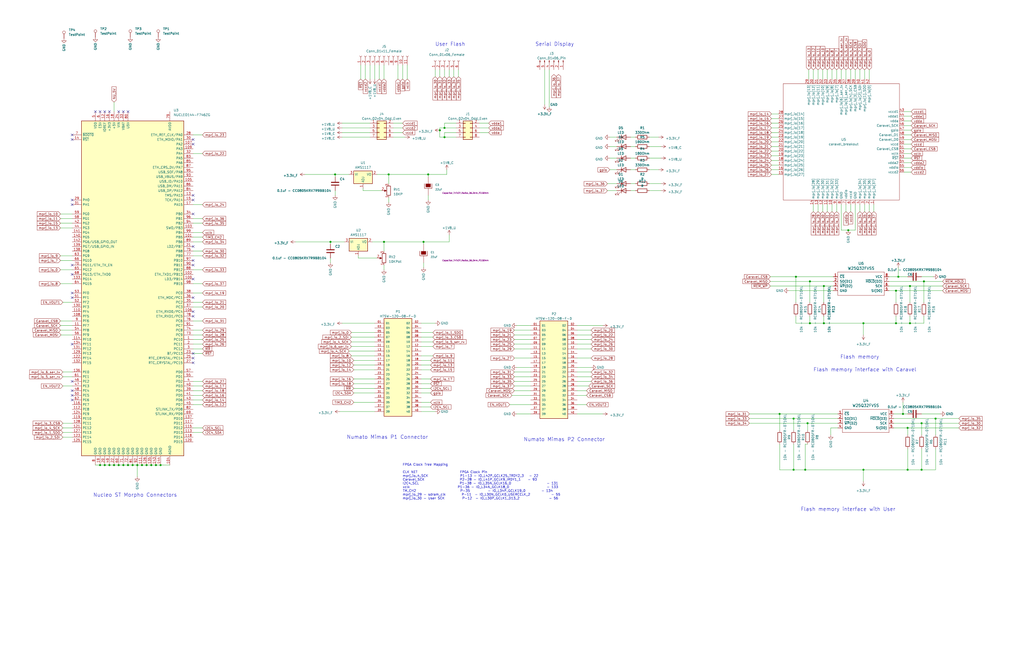
<source format=kicad_sch>
(kicad_sch (version 20230121) (generator eeschema)
  (paper "User" 558.8 355.6)
  (junction (at 502.92 256.54))
  (junction (at 69.85 254))
  (junction (at 59.69 254))
  (junction (at 441.96 153.67))
  (junction (at 72.39 254))
  (junction (at 440.69 231.14))
  (junction (at 495.3 233.68))
  (junction (at 67.31 254))
  (junction (at 54.61 254))
  (junction (at 64.77 254))
  (junction (at 62.23 254))
  (junction (at 462.915 125.73))
  (junction (at 242.57 69.85))
  (junction (at 449.58 176.53))
  (junction (at 87.63 254))
  (junction (at 471.17 256.54))
  (junction (at 80.01 254))
  (junction (at 433.07 256.54))
  (junction (at 233.68 95.25))
  (junction (at 433.07 228.6))
  (junction (at 242.57 74.93))
  (junction (at 504.19 153.67))
  (junction (at 492.76 226.06))
  (junction (at 182.88 95.25))
  (junction (at 209.55 132.08))
  (junction (at 240.03 71.12))
  (junction (at 510.54 228.6))
  (junction (at 212.09 95.25))
  (junction (at 231.14 132.08))
  (junction (at 488.95 176.53))
  (junction (at 502.92 231.14))
  (junction (at 434.34 151.13))
  (junction (at 439.42 256.54))
  (junction (at 495.3 256.54))
  (junction (at 82.55 254))
  (junction (at 471.17 176.53))
  (junction (at 180.34 132.08))
  (junction (at 77.47 254))
  (junction (at 496.57 176.53))
  (junction (at 425.45 226.06))
  (junction (at 85.09 254))
  (junction (at 57.15 254))
  (junction (at 490.22 151.13))
  (junction (at 74.93 254))
  (junction (at 488.95 158.75))
  (junction (at 449.58 156.21))
  (junction (at 441.96 176.53))
  (junction (at 496.57 156.21))
  (no_connect (at 39.37 160.02))
  (no_connect (at 39.37 162.56))
  (no_connect (at 39.37 109.22))
  (no_connect (at 39.37 111.76))
  (no_connect (at 105.41 193.04))
  (no_connect (at 105.41 152.4))
  (no_connect (at 39.37 76.2))
  (no_connect (at 105.41 195.58))
  (no_connect (at 105.41 198.12))
  (no_connect (at 39.37 73.66))
  (no_connect (at 39.37 149.86))
  (no_connect (at 105.41 116.84))
  (no_connect (at 39.37 218.44))
  (no_connect (at 105.41 106.68))
  (no_connect (at 105.41 109.22))
  (no_connect (at 105.41 162.56))
  (no_connect (at 39.37 144.78))
  (no_connect (at 105.41 142.24))
  (no_connect (at 39.37 208.28))
  (no_connect (at 39.37 187.96))
  (no_connect (at 39.37 215.9))
  (no_connect (at 105.41 76.2))
  (no_connect (at 67.31 60.96))
  (no_connect (at 69.85 60.96))
  (no_connect (at 52.07 60.96))
  (no_connect (at 54.61 60.96))
  (no_connect (at 57.15 60.96))
  (no_connect (at 59.69 60.96))
  (no_connect (at 64.77 60.96))
  (no_connect (at 105.41 134.62))
  (no_connect (at 105.41 144.78))
  (no_connect (at 39.37 213.36))
  (no_connect (at 105.41 170.18))
  (no_connect (at 105.41 172.72))
  (no_connect (at 105.41 78.74))
  (wire (pts (xy 180.34 140.97) (xy 180.34 143.51)))
  (wire (pts (xy 34.29 238.76) (xy 39.37 238.76)))
  (wire (pts (xy 229.87 189.23) (xy 236.22 189.23)))
  (wire (pts (xy 493.395 76.2) (xy 497.205 76.2)))
  (wire (pts (xy 331.47 100.33) (xy 336.55 100.33)))
  (wire (pts (xy 354.33 104.14) (xy 360.68 104.14)))
  (wire (pts (xy 459.105 111.76) (xy 459.105 125.73)))
  (wire (pts (xy 314.96 210.82) (xy 321.31 210.82)))
  (wire (pts (xy 261.62 72.39) (xy 266.7 72.39)))
  (wire (pts (xy 240.03 71.12) (xy 240.03 74.93)))
  (wire (pts (xy 408.94 228.6) (xy 433.07 228.6)))
  (wire (pts (xy 229.87 176.53) (xy 237.49 176.53)))
  (wire (pts (xy 488.95 172.72) (xy 488.95 176.53)))
  (wire (pts (xy 421.005 69.85) (xy 424.815 69.85)))
  (wire (pts (xy 493.395 81.28) (xy 497.205 81.28)))
  (wire (pts (xy 193.04 214.63) (xy 204.47 214.63)))
  (wire (pts (xy 454.025 115.57) (xy 454.025 111.76)))
  (wire (pts (xy 456.565 43.18) (xy 456.565 38.1)))
  (wire (pts (xy 214.63 74.93) (xy 220.98 74.93)))
  (wire (pts (xy 441.96 176.53) (xy 449.58 176.53)))
  (wire (pts (xy 261.62 69.85) (xy 266.7 69.85)))
  (wire (pts (xy 504.19 176.53) (xy 504.19 172.72)))
  (wire (pts (xy 408.94 226.06) (xy 425.45 226.06)))
  (wire (pts (xy 451.485 43.18) (xy 451.485 38.1)))
  (wire (pts (xy 464.185 115.57) (xy 464.185 111.76)))
  (wire (pts (xy 105.41 187.96) (xy 110.49 187.96)))
  (wire (pts (xy 186.69 72.39) (xy 201.93 72.39)))
  (wire (pts (xy 280.67 195.58) (xy 289.56 195.58)))
  (wire (pts (xy 214.63 72.39) (xy 219.71 72.39)))
  (wire (pts (xy 105.41 139.7) (xy 110.49 139.7)))
  (wire (pts (xy 434.34 151.13) (xy 434.34 165.1)))
  (wire (pts (xy 280.67 185.42) (xy 289.56 185.42)))
  (wire (pts (xy 195.58 140.97) (xy 195.58 139.7)))
  (wire (pts (xy 441.325 43.18) (xy 441.325 38.1)))
  (wire (pts (xy 105.41 218.44) (xy 110.49 218.44)))
  (wire (pts (xy 421.005 82.55) (xy 424.815 82.55)))
  (wire (pts (xy 354.33 86.36) (xy 360.68 86.36)))
  (wire (pts (xy 421.005 72.39) (xy 424.815 72.39)))
  (wire (pts (xy 182.88 95.25) (xy 182.88 96.52)))
  (wire (pts (xy 453.39 237.49) (xy 453.39 233.68)))
  (wire (pts (xy 87.63 254) (xy 92.71 254)))
  (wire (pts (xy 261.62 67.31) (xy 266.7 67.31)))
  (wire (pts (xy 446.405 43.18) (xy 446.405 38.1)))
  (wire (pts (xy 461.645 115.57) (xy 461.645 111.76)))
  (wire (pts (xy 453.39 233.68) (xy 457.2 233.68)))
  (wire (pts (xy 195.58 140.97) (xy 205.74 140.97)))
  (wire (pts (xy 105.41 127) (xy 110.49 127)))
  (wire (pts (xy 314.96 182.88) (xy 322.58 182.88)))
  (wire (pts (xy 229.87 194.31) (xy 236.22 194.31)))
  (wire (pts (xy 233.68 106.68) (xy 233.68 109.22)))
  (wire (pts (xy 496.57 172.72) (xy 496.57 176.53)))
  (wire (pts (xy 191.77 189.23) (xy 204.47 189.23)))
  (wire (pts (xy 510.54 228.6) (xy 510.54 237.49)))
  (wire (pts (xy 33.02 180.34) (xy 39.37 180.34)))
  (wire (pts (xy 203.2 132.08) (xy 209.55 132.08)))
  (wire (pts (xy 496.57 176.53) (xy 504.19 176.53)))
  (wire (pts (xy 354.33 92.71) (xy 359.41 92.71)))
  (wire (pts (xy 182.88 95.25) (xy 190.5 95.25)))
  (wire (pts (xy 186.69 74.93) (xy 201.93 74.93)))
  (wire (pts (xy 314.96 180.34) (xy 322.58 180.34)))
  (wire (pts (xy 448.945 43.18) (xy 448.945 38.1)))
  (wire (pts (xy 105.41 121.92) (xy 110.49 121.92)))
  (wire (pts (xy 439.42 256.54) (xy 471.17 256.54)))
  (wire (pts (xy 280.67 208.28) (xy 289.56 208.28)))
  (wire (pts (xy 459.105 43.18) (xy 459.105 38.1)))
  (wire (pts (xy 421.005 92.71) (xy 424.815 92.71)))
  (wire (pts (xy 490.22 151.13) (xy 495.3 151.13)))
  (wire (pts (xy 105.41 210.82) (xy 110.49 210.82)))
  (wire (pts (xy 77.47 254) (xy 80.01 254)))
  (wire (pts (xy 231.14 143.51) (xy 231.14 146.05)))
  (wire (pts (xy 451.485 115.57) (xy 451.485 111.76)))
  (wire (pts (xy 433.07 242.57) (xy 433.07 256.54)))
  (wire (pts (xy 425.45 242.57) (xy 425.45 256.54)))
  (wire (pts (xy 233.68 95.25) (xy 243.84 95.25)))
  (wire (pts (xy 457.2 231.14) (xy 440.69 231.14)))
  (wire (pts (xy 344.17 92.71) (xy 346.71 92.71)))
  (wire (pts (xy 459.105 125.73) (xy 462.915 125.73)))
  (wire (pts (xy 289.56 200.66) (xy 281.94 200.66)))
  (wire (pts (xy 449.58 156.21) (xy 454.66 156.21)))
  (wire (pts (xy 245.11 128.27) (xy 245.11 132.08)))
  (wire (pts (xy 219.71 35.56) (xy 219.71 43.18)))
  (wire (pts (xy 502.92 256.54) (xy 510.54 256.54)))
  (wire (pts (xy 214.63 69.85) (xy 219.71 69.85)))
  (wire (pts (xy 421.005 67.31) (xy 424.815 67.31)))
  (wire (pts (xy 186.69 69.85) (xy 201.93 69.85)))
  (wire (pts (xy 161.29 132.08) (xy 180.34 132.08)))
  (wire (pts (xy 314.96 220.98) (xy 320.04 220.98)))
  (wire (pts (xy 182.88 104.14) (xy 182.88 106.68)))
  (wire (pts (xy 449.58 156.21) (xy 449.58 165.1)))
  (wire (pts (xy 242.57 72.39) (xy 248.92 72.39)))
  (wire (pts (xy 193.04 196.85) (xy 204.47 196.85)))
  (wire (pts (xy 354.33 100.33) (xy 360.68 100.33)))
  (wire (pts (xy 82.55 254) (xy 85.09 254)))
  (wire (pts (xy 242.57 38.1) (xy 242.57 41.91)))
  (wire (pts (xy 237.49 38.1) (xy 237.49 41.91)))
  (wire (pts (xy 462.915 125.73) (xy 466.725 125.73)))
  (wire (pts (xy 471.17 176.53) (xy 488.95 176.53)))
  (wire (pts (xy 280.67 210.82) (xy 289.56 210.82)))
  (wire (pts (xy 209.55 132.08) (xy 209.55 137.16)))
  (wire (pts (xy 488.95 176.53) (xy 496.57 176.53)))
  (wire (pts (xy 229.87 209.55) (xy 234.95 209.55)))
  (wire (pts (xy 209.55 144.78) (xy 209.55 147.32)))
  (wire (pts (xy 280.67 182.88) (xy 289.56 182.88)))
  (wire (pts (xy 433.07 228.6) (xy 457.2 228.6)))
  (wire (pts (xy 344.17 86.36) (xy 346.71 86.36)))
  (wire (pts (xy 105.41 154.94) (xy 110.49 154.94)))
  (wire (pts (xy 449.58 172.72) (xy 449.58 176.53)))
  (wire (pts (xy 191.77 186.69) (xy 204.47 186.69)))
  (wire (pts (xy 493.395 78.74) (xy 497.205 78.74)))
  (wire (pts (xy 39.37 203.2) (xy 34.29 203.2)))
  (wire (pts (xy 485.14 151.13) (xy 490.22 151.13)))
  (wire (pts (xy 201.93 35.56) (xy 201.93 43.18)))
  (wire (pts (xy 105.41 111.76) (xy 110.49 111.76)))
  (wire (pts (xy 190.5 191.77) (xy 204.47 191.77)))
  (wire (pts (xy 242.57 67.31) (xy 248.92 67.31)))
  (wire (pts (xy 314.96 177.8) (xy 328.93 177.8)))
  (wire (pts (xy 471.805 115.57) (xy 471.805 111.76)))
  (wire (pts (xy 105.41 215.9) (xy 110.49 215.9)))
  (wire (pts (xy 62.23 254) (xy 64.77 254)))
  (wire (pts (xy 299.72 38.1) (xy 299.72 58.42)))
  (wire (pts (xy 421.005 87.63) (xy 424.815 87.63)))
  (wire (pts (xy 487.68 226.06) (xy 492.76 226.06)))
  (wire (pts (xy 166.37 95.25) (xy 182.88 95.25)))
  (wire (pts (xy 440.69 231.14) (xy 440.69 234.95)))
  (wire (pts (xy 314.96 200.66) (xy 322.58 200.66)))
  (wire (pts (xy 193.04 219.71) (xy 204.47 219.71)))
  (wire (pts (xy 493.395 63.5) (xy 497.205 63.5)))
  (wire (pts (xy 474.345 43.18) (xy 474.345 38.1)))
  (wire (pts (xy 314.96 195.58) (xy 322.58 195.58)))
  (wire (pts (xy 204.47 35.56) (xy 204.47 43.18)))
  (wire (pts (xy 231.14 132.08) (xy 231.14 133.35)))
  (wire (pts (xy 408.94 231.14) (xy 440.69 231.14)))
  (wire (pts (xy 454.025 43.18) (xy 454.025 38.1)))
  (wire (pts (xy 279.4 215.9) (xy 289.56 215.9)))
  (wire (pts (xy 105.41 147.32) (xy 110.49 147.32)))
  (wire (pts (xy 193.04 199.39) (xy 204.47 199.39)))
  (wire (pts (xy 212.09 95.25) (xy 212.09 100.33)))
  (wire (pts (xy 105.41 132.08) (xy 110.49 132.08)))
  (wire (pts (xy 441.96 153.67) (xy 441.96 165.1)))
  (wire (pts (xy 354.33 74.93) (xy 359.41 74.93)))
  (wire (pts (xy 180.34 132.08) (xy 180.34 133.35)))
  (wire (pts (xy 64.77 254) (xy 67.31 254)))
  (wire (pts (xy 34.29 231.14) (xy 39.37 231.14)))
  (wire (pts (xy 314.96 187.96) (xy 322.58 187.96)))
  (wire (pts (xy 344.17 100.33) (xy 346.71 100.33)))
  (wire (pts (xy 510.54 256.54) (xy 510.54 245.11)))
  (wire (pts (xy 33.02 116.84) (xy 39.37 116.84)))
  (wire (pts (xy 105.41 167.64) (xy 110.49 167.64)))
  (wire (pts (xy 229.87 199.39) (xy 234.95 199.39)))
  (wire (pts (xy 242.57 72.39) (xy 242.57 74.93)))
  (wire (pts (xy 314.96 190.5) (xy 322.58 190.5)))
  (wire (pts (xy 314.96 226.06) (xy 328.93 226.06)))
  (wire (pts (xy 493.395 93.98) (xy 497.205 93.98)))
  (wire (pts (xy 421.005 62.23) (xy 424.815 62.23)))
  (wire (pts (xy 493.395 83.82) (xy 497.205 83.82)))
  (wire (pts (xy 502.92 151.13) (xy 509.27 151.13)))
  (wire (pts (xy 110.49 182.88) (xy 105.41 182.88)))
  (wire (pts (xy 493.395 66.04) (xy 497.205 66.04)))
  (wire (pts (xy 280.67 190.5) (xy 289.56 190.5)))
  (wire (pts (xy 105.41 119.38) (xy 110.49 119.38)))
  (wire (pts (xy 469.265 115.57) (xy 469.265 111.76)))
  (wire (pts (xy 421.005 95.25) (xy 424.815 95.25)))
  (wire (pts (xy 471.17 182.88) (xy 471.17 176.53)))
  (wire (pts (xy 229.87 196.85) (xy 234.95 196.85)))
  (wire (pts (xy 229.87 224.79) (xy 237.49 224.79)))
  (wire (pts (xy 434.34 176.53) (xy 434.34 172.72)))
  (wire (pts (xy 493.395 86.36) (xy 497.205 86.36)))
  (wire (pts (xy 105.41 160.02) (xy 110.49 160.02)))
  (wire (pts (xy 421.005 74.93) (xy 424.815 74.93)))
  (wire (pts (xy 240.03 69.85) (xy 242.57 69.85)))
  (wire (pts (xy 199.39 35.56) (xy 199.39 43.18)))
  (wire (pts (xy 504.19 153.67) (xy 504.19 165.1)))
  (wire (pts (xy 314.96 208.28) (xy 322.58 208.28)))
  (wire (pts (xy 471.805 43.18) (xy 471.805 38.1)))
  (wire (pts (xy 240.03 38.1) (xy 240.03 41.91)))
  (wire (pts (xy 67.31 254) (xy 69.85 254)))
  (wire (pts (xy 74.93 254) (xy 77.47 254)))
  (wire (pts (xy 198.12 104.14) (xy 198.12 102.87)))
  (wire (pts (xy 217.17 35.56) (xy 217.17 43.18)))
  (wire (pts (xy 212.09 95.25) (xy 233.68 95.25)))
  (wire (pts (xy 250.19 38.1) (xy 250.19 41.91)))
  (wire (pts (xy 242.57 67.31) (xy 242.57 69.85)))
  (wire (pts (xy 105.41 190.5) (xy 110.49 190.5)))
  (wire (pts (xy 214.63 67.31) (xy 219.71 67.31)))
  (wire (pts (xy 487.68 233.68) (xy 495.3 233.68)))
  (wire (pts (xy 420.37 153.67) (xy 441.96 153.67)))
  (wire (pts (xy 52.07 254) (xy 54.61 254)))
  (wire (pts (xy 54.61 254) (xy 57.15 254)))
  (wire (pts (xy 332.74 80.01) (xy 336.55 80.01)))
  (wire (pts (xy 314.96 203.2) (xy 322.58 203.2)))
  (wire (pts (xy 504.19 153.67) (xy 514.35 153.67)))
  (wire (pts (xy 354.33 80.01) (xy 360.68 80.01)))
  (wire (pts (xy 105.41 129.54) (xy 110.49 129.54)))
  (wire (pts (xy 510.54 228.6) (xy 523.24 228.6)))
  (wire (pts (xy 105.41 165.1) (xy 110.49 165.1)))
  (wire (pts (xy 496.57 156.21) (xy 496.57 165.1)))
  (wire (pts (xy 105.41 208.28) (xy 110.49 208.28)))
  (wire (pts (xy 421.005 64.77) (xy 424.815 64.77)))
  (wire (pts (xy 449.58 176.53) (xy 471.17 176.53)))
  (wire (pts (xy 280.67 180.34) (xy 289.56 180.34)))
  (wire (pts (xy 229.87 212.09) (xy 234.95 212.09)))
  (wire (pts (xy 314.96 215.9) (xy 320.04 215.9)))
  (wire (pts (xy 207.01 35.56) (xy 207.01 43.18)))
  (wire (pts (xy 471.17 262.89) (xy 471.17 256.54)))
  (wire (pts (xy 495.3 245.11) (xy 495.3 256.54)))
  (wire (pts (xy 488.95 158.75) (xy 514.35 158.75)))
  (wire (pts (xy 105.41 73.66) (xy 110.49 73.66)))
  (wire (pts (xy 229.87 214.63) (xy 234.95 214.63)))
  (wire (pts (xy 110.49 180.34) (xy 105.41 180.34)))
  (wire (pts (xy 314.96 205.74) (xy 322.58 205.74)))
  (wire (pts (xy 297.18 38.1) (xy 297.18 57.15)))
  (wire (pts (xy 332.74 86.36) (xy 336.55 86.36)))
  (wire (pts (xy 191.77 194.31) (xy 204.47 194.31)))
  (wire (pts (xy 441.96 153.67) (xy 454.66 153.67)))
  (wire (pts (xy 33.274 182.88) (xy 39.37 182.88)))
  (wire (pts (xy 492.76 226.06) (xy 495.3 226.06)))
  (wire (pts (xy 493.395 60.96) (xy 497.205 60.96)))
  (wire (pts (xy 229.87 184.15) (xy 236.22 184.15)))
  (wire (pts (xy 493.395 91.44) (xy 497.205 91.44)))
  (wire (pts (xy 421.005 85.09) (xy 424.815 85.09)))
  (wire (pts (xy 471.17 256.54) (xy 495.3 256.54)))
  (wire (pts (xy 493.395 71.12) (xy 497.205 71.12)))
  (wire (pts (xy 209.55 132.08) (xy 231.14 132.08)))
  (wire (pts (xy 229.87 207.01) (xy 234.95 207.01)))
  (wire (pts (xy 74.93 254) (xy 74.93 260.35)))
  (wire (pts (xy 433.07 234.95) (xy 433.07 228.6)))
  (wire (pts (xy 314.96 185.42) (xy 322.58 185.42)))
  (wire (pts (xy 243.84 92.71) (xy 243.84 95.25)))
  (wire (pts (xy 485.14 156.21) (xy 496.57 156.21)))
  (wire (pts (xy 33.02 175.26) (xy 39.37 175.26)))
  (wire (pts (xy 493.395 88.9) (xy 497.205 88.9)))
  (wire (pts (xy 62.23 55.753) (xy 62.23 60.96)))
  (wire (pts (xy 430.53 158.75) (xy 454.66 158.75)))
  (wire (pts (xy 105.41 213.36) (xy 110.49 213.36)))
  (wire (pts (xy 332.74 92.71) (xy 336.55 92.71)))
  (wire (pts (xy 180.34 132.08) (xy 187.96 132.08)))
  (wire (pts (xy 439.42 242.57) (xy 439.42 256.54)))
  (wire (pts (xy 191.77 184.15) (xy 204.47 184.15)))
  (wire (pts (xy 33.02 177.8) (xy 39.37 177.8)))
  (wire (pts (xy 441.96 172.72) (xy 441.96 176.53)))
  (wire (pts (xy 420.37 151.13) (xy 434.34 151.13)))
  (wire (pts (xy 39.37 210.82) (xy 34.29 210.82)))
  (wire (pts (xy 332.74 74.93) (xy 336.55 74.93)))
  (wire (pts (xy 105.41 236.22) (xy 110.49 236.22)))
  (wire (pts (xy 495.3 233.68) (xy 495.3 237.49)))
  (wire (pts (xy 476.885 115.57) (xy 476.885 111.76)))
  (wire (pts (xy 242.57 69.85) (xy 248.92 69.85)))
  (wire (pts (xy 193.04 207.01) (xy 204.47 207.01)))
  (wire (pts (xy 421.005 77.47) (xy 424.815 77.47)))
  (wire (pts (xy 34.29 236.22) (xy 39.37 236.22)))
  (wire (pts (xy 280.67 213.36) (xy 289.56 213.36)))
  (wire (pts (xy 434.34 176.53) (xy 441.96 176.53)))
  (wire (pts (xy 496.57 156.21) (xy 514.35 156.21)))
  (wire (pts (xy 193.04 212.09) (xy 204.47 212.09)))
  (wire (pts (xy 39.37 139.7) (xy 33.02 139.7)))
  (wire (pts (xy 420.37 156.21) (xy 449.58 156.21)))
  (wire (pts (xy 33.02 124.46) (xy 39.37 124.46)))
  (wire (pts (xy 59.69 254) (xy 62.23 254)))
  (wire (pts (xy 344.17 74.93) (xy 346.71 74.93)))
  (wire (pts (xy 314.96 213.36) (xy 320.04 213.36)))
  (wire (pts (xy 456.565 115.57) (xy 456.565 111.76)))
  (wire (pts (xy 280.67 205.74) (xy 289.56 205.74)))
  (wire (pts (xy 186.69 67.31) (xy 201.93 67.31)))
  (wire (pts (xy 280.67 203.2) (xy 289.56 203.2)))
  (wire (pts (xy 193.04 209.55) (xy 204.47 209.55)))
  (wire (pts (xy 443.865 43.18) (xy 443.865 38.1)))
  (wire (pts (xy 487.68 228.6) (xy 510.54 228.6)))
  (wire (pts (xy 466.725 43.18) (xy 466.725 38.1)))
  (wire (pts (xy 110.49 175.26) (xy 105.41 175.26)))
  (wire (pts (xy 191.77 181.61) (xy 204.47 181.61)))
  (wire (pts (xy 105.41 193.04) (xy 110.49 193.04)))
  (wire (pts (xy 209.55 35.56) (xy 209.55 43.18)))
  (wire (pts (xy 469.265 43.18) (xy 469.265 38.1)))
  (wire (pts (xy 57.15 254) (xy 59.69 254)))
  (wire (pts (xy 229.87 222.25) (xy 234.95 222.25)))
  (wire (pts (xy 233.68 95.25) (xy 233.68 96.52)))
  (wire (pts (xy 229.87 201.93) (xy 234.95 201.93)))
  (wire (pts (xy 205.74 95.25) (xy 212.09 95.25)))
  (wire (pts (xy 493.395 73.66) (xy 497.205 73.66)))
  (wire (pts (xy 502.92 231.14) (xy 502.92 237.49)))
  (wire (pts (xy 198.12 104.14) (xy 208.28 104.14)))
  (wire (pts (xy 289.56 177.8) (xy 281.94 177.8)))
  (wire (pts (xy 231.14 132.08) (xy 245.11 132.08)))
  (wire (pts (xy 485.14 158.75) (xy 488.95 158.75)))
  (wire (pts (xy 487.68 231.14) (xy 502.92 231.14)))
  (wire (pts (xy 39.37 165.1) (xy 34.29 165.1)))
  (wire (pts (xy 474.345 115.57) (xy 474.345 111.76)))
  (wire (pts (xy 247.65 38.1) (xy 247.65 41.91)))
  (wire (pts (xy 193.04 201.93) (xy 204.47 201.93)))
  (wire (pts (xy 490.22 146.05) (xy 490.22 151.13)))
  (wire (pts (xy 222.25 35.56) (xy 222.25 43.18)))
  (wire (pts (xy 421.005 90.17) (xy 424.815 90.17)))
  (wire (pts (xy 33.02 121.92) (xy 39.37 121.92)))
  (wire (pts (xy 502.92 226.06) (xy 513.08 226.06)))
  (wire (pts (xy 229.87 186.69) (xy 236.22 186.69)))
  (wire (pts (xy 502.92 245.11) (xy 502.92 256.54)))
  (wire (pts (xy 502.92 231.14) (xy 523.24 231.14)))
  (wire (pts (xy 39.37 205.74) (xy 34.29 205.74)))
  (wire (pts (xy 245.11 38.1) (xy 245.11 41.91)))
  (wire (pts (xy 440.69 242.57) (xy 439.42 242.57)))
  (wire (pts (xy 229.87 181.61) (xy 236.22 181.61)))
  (wire (pts (xy 69.85 254) (xy 72.39 254)))
  (wire (pts (xy 344.17 80.01) (xy 346.71 80.01)))
  (wire (pts (xy 457.2 226.06) (xy 425.45 226.06)))
  (wire (pts (xy 466.725 125.73) (xy 466.725 111.76)))
  (wire (pts (xy 34.29 233.68) (xy 39.37 233.68)))
  (wire (pts (xy 240.03 74.93) (xy 242.57 74.93)))
  (wire (pts (xy 105.41 233.68) (xy 110.49 233.68)))
  (wire (pts (xy 433.07 256.54) (xy 439.42 256.54)))
  (wire (pts (xy 33.02 119.38) (xy 39.37 119.38)))
  (wire (pts (xy 186.69 176.53) (xy 204.47 176.53)))
  (wire (pts (xy 421.005 80.01) (xy 424.815 80.01)))
  (wire (pts (xy 85.09 254) (xy 87.63 254)))
  (wire (pts (xy 33.02 147.32) (xy 39.37 147.32)))
  (wire (pts (xy 105.41 220.98) (xy 110.49 220.98)))
  (wire (pts (xy 39.37 154.94) (xy 33.02 154.94)))
  (wire (pts (xy 488.95 158.75) (xy 488.95 165.1)))
  (wire (pts (xy 446.405 115.57) (xy 446.405 111.76)))
  (wire (pts (xy 344.17 104.14) (xy 346.71 104.14)))
  (wire (pts (xy 105.41 83.82) (xy 110.49 83.82)))
  (wire (pts (xy 240.03 71.12) (xy 240.03 69.85)))
  (wire (pts (xy 461.645 43.18) (xy 461.645 38.1)))
  (wire (pts (xy 196.85 35.56) (xy 196.85 43.18)))
  (wire (pts (xy 443.865 115.57) (xy 443.865 111.76)))
  (wire (pts (xy 72.39 254) (xy 74.93 254)))
  (wire (pts (xy 278.13 220.98) (xy 289.56 220.98)))
  (wire (pts (xy 425.45 256.54) (xy 433.07 256.54)))
  (wire (pts (xy 280.67 187.96) (xy 289.56 187.96)))
  (wire (pts (xy 229.87 219.71) (xy 234.95 219.71)))
  (wire (pts (xy 80.01 254) (xy 82.55 254)))
  (wire (pts (xy 492.76 219.71) (xy 492.76 226.06)))
  (wire (pts (xy 331.47 104.14) (xy 336.55 104.14)))
  (wire (pts (xy 110.49 137.16) (xy 105.41 137.16)))
  (wire (pts (xy 448.945 115.57) (xy 448.945 111.76)))
  (wire (pts (xy 212.09 107.95) (xy 212.09 110.49)))
  (wire (pts (xy 425.45 226.06) (xy 425.45 234.95)))
  (wire (pts (xy 493.395 68.58) (xy 497.205 68.58)))
  (wire (pts (xy 495.3 256.54) (xy 502.92 256.54)))
  (wire (pts (xy 464.185 43.18) (xy 464.185 38.1)))
  (wire (pts (xy 242.57 74.93) (xy 248.92 74.93)))
  (wire (pts (xy 434.34 151.13) (xy 454.66 151.13)))
  (wire (pts (xy 495.3 233.68) (xy 523.24 233.68)))
  (wire (pts (xy 185.42 224.79) (xy 204.47 224.79)))
  (wire (pts (xy 485.14 153.67) (xy 504.19 153.67)))
  (wire (pts (xy 33.02 142.24) (xy 39.37 142.24)))
  (wire (pts (xy 289.56 226.06) (xy 281.94 226.06)))
  (wire (pts (xy 105.41 185.42) (xy 110.49 185.42)))
  (text "Numato Mimas P1 Connector" (at 189.23 240.03 0) (effects (font (size 2 2)) (justify left bottom)))
  (text "Flash memory" (at 458.47 196.215 0) (effects (font (size 2 2)) (justify left bottom)))
  (text "Serial Display" (at 292.1 25.4 0) (effects (font (size 2 2)) (justify left bottom)))
  (text "Numato Mimas P2 Connector" (at 285.75 241.3 0) (effects (font (size 2 2)) (justify left bottom)))
  (text "User Flash" (at 237.49 25.4 0) (effects (font (size 2 2)) (justify left bottom)))
  (text "Nucleo ST Morpho Connectors" (at 50.8 271.653 0) (effects (font (size 2 2)) (justify left bottom)))
  (text "FPGA Clock Tree Mapping\n\nCLK NET                        FPGA Clock Pin\nmprj_io_4_SCK                  P1-13 - IO_L42P_GCLK25_TRDY2_3   - 22 \nCaravel_SCK                    P2-28 - IO_L41P_GCLK9_IRDY1_1    - 93\nI2C4_SCL                       P1-38 - IO_L35N_GCLK16_0	        - 131\nxclk                           P1-36 - IO_L34N_GCLK18_0	        - 133                         \nTM_CH2                         P-35	 - IO_L34P_GCLK19_0         - 134\nmprj_io_29 - sdram_clk         P-11  - IO_L30N_GCLK0_USERCCLK_2	- 55       \nmprj_io_30 - User SCK          P-12  - IO_L30P_GCLK1_D13_2	    - 56\n" (at 219.71 273.05 0) (effects (font (size 1.27 1.27)) (justify left bottom)))
  (text "Flash memory interface with User\n" (at 436.88 279.4 0) (effects (font (size 2 2)) (justify left bottom)))
  (text "Flash memory interface with Caravel\n" (at 443.865 203.2 0) (effects (font (size 2 2)) (justify left bottom)))
  (global_label "mprj_io_36" (shape input) (at 302.26 40.64 270) (property "Intersheetrefs" "${INTERSHEET_REFS}" (effects hide)))
  (global_label "mprj_io_1_SDO" (shape input) (at 236.22 181.61 0) (property "Intersheetrefs" "${INTERSHEET_REFS}" (effects hide)))
  (global_label "~{RST}" (shape input) (at 196.85 43.18 270) (property "Intersheetrefs" "${INTERSHEET_REFS}" (effects hide)))
  (global_label "vdda1" (shape input) (at 266.7 67.31 0) (property "Intersheetrefs" "${INTERSHEET_REFS}" (effects hide)))
  (global_label "mprj_io_35" (shape input) (at 471.805 115.57 270) (property "Intersheetrefs" "${INTERSHEET_REFS}" (effects hide)))
  (global_label "mprj_io_27" (shape input) (at 280.67 195.58 180) (property "Intersheetrefs" "${INTERSHEET_REFS}" (effects hide)))
  (global_label "mprj_io_37" (shape input) (at 331.47 104.14 180) (property "Intersheetrefs" "${INTERSHEET_REFS}" (effects hide)))
  (global_label "Caravel_MOSI" (shape input) (at 514.35 158.75 0) (property "Intersheetrefs" "${INTERSHEET_REFS}" (effects hide)))
  (global_label "mprj_io_37" (shape input) (at 110.49 154.94 0) (property "Intersheetrefs" "${INTERSHEET_REFS}" (effects hide)))
  (global_label "vdda" (shape input) (at 497.205 66.04 0) (property "Intersheetrefs" "${INTERSHEET_REFS}" (effects hide)))
  (global_label "mprj_io_16" (shape input) (at 421.005 67.31 180) (property "Intersheetrefs" "${INTERSHEET_REFS}" (effects hide)))
  (global_label "mprj_io_2_SDI" (shape input) (at 191.77 184.15 180) (property "Intersheetrefs" "${INTERSHEET_REFS}" (effects hide)))
  (global_label "mprj_io_16" (shape input) (at 193.04 207.01 180) (property "Intersheetrefs" "${INTERSHEET_REFS}" (effects hide)))
  (global_label "vccd2" (shape input) (at 219.71 69.85 0) (property "Intersheetrefs" "${INTERSHEET_REFS}" (effects hide)))
  (global_label "mprj_io_29" (shape input) (at 280.67 190.5 180) (property "Intersheetrefs" "${INTERSHEET_REFS}" (effects hide)))
  (global_label "vddio" (shape input) (at 497.205 91.44 0) (property "Intersheetrefs" "${INTERSHEET_REFS}" (effects hide)))
  (global_label "~{RST}" (shape input) (at 234.95 209.55 0) (property "Intersheetrefs" "${INTERSHEET_REFS}" (effects hide)))
  (global_label "mprj_io_35" (shape input) (at 250.19 41.91 270) (property "Intersheetrefs" "${INTERSHEET_REFS}" (effects hide)))
  (global_label "mprj_io_24" (shape input) (at 322.58 185.42 0) (property "Intersheetrefs" "${INTERSHEET_REFS}" (effects hide)))
  (global_label "mprj_io_11" (shape input) (at 446.405 38.1 90) (property "Intersheetrefs" "${INTERSHEET_REFS}" (effects hide)))
  (global_label "mprj_io_23" (shape input) (at 280.67 185.42 180) (property "Intersheetrefs" "${INTERSHEET_REFS}" (effects hide)))
  (global_label "mprj_io_14" (shape input) (at 110.49 218.44 0) (property "Intersheetrefs" "${INTERSHEET_REFS}" (effects hide)))
  (global_label "mprj_io_31" (shape input) (at 240.03 41.91 270) (property "Intersheetrefs" "${INTERSHEET_REFS}" (effects hide)))
  (global_label "gpio" (shape input) (at 497.205 71.12 0) (property "Intersheetrefs" "${INTERSHEET_REFS}" (effects hide)))
  (global_label "~{MEM_WP}" (shape input) (at 420.37 156.21 180) (property "Intersheetrefs" "${INTERSHEET_REFS}" (effects hide)))
  (global_label "mprj_io_23" (shape input) (at 110.49 73.66 0) (property "Intersheetrefs" "${INTERSHEET_REFS}" (effects hide)))
  (global_label "xclk" (shape input) (at 497.205 83.82 0) (property "Intersheetrefs" "${INTERSHEET_REFS}" (effects hide)))
  (global_label "Caravel_MOSI" (shape input) (at 497.205 76.2 0) (property "Intersheetrefs" "${INTERSHEET_REFS}" (effects hide)))
  (global_label "vccd" (shape input) (at 497.205 78.74 0) (property "Intersheetrefs" "${INTERSHEET_REFS}" (effects hide)))
  (global_label "mprj_io_17" (shape input) (at 234.95 207.01 0) (property "Intersheetrefs" "${INTERSHEET_REFS}" (effects hide)))
  (global_label "mprj_io_30" (shape input) (at 237.49 41.91 270) (property "Intersheetrefs" "${INTERSHEET_REFS}" (effects hide)))
  (global_label "mprj_io_4_SCK" (shape input) (at 34.29 233.68 180) (property "Intersheetrefs" "${INTERSHEET_REFS}" (effects hide)))
  (global_label "vccd1" (shape input) (at 497.205 60.96 0) (property "Intersheetrefs" "${INTERSHEET_REFS}" (effects hide)))
  (global_label "~{RST}" (shape input) (at 110.49 193.04 0) (property "Intersheetrefs" "${INTERSHEET_REFS}" (effects hide)))
  (global_label "vccd2" (shape input) (at 497.205 93.98 0) (property "Intersheetrefs" "${INTERSHEET_REFS}" (effects hide)))
  (global_label "mprj_io_24" (shape input) (at 110.49 111.76 0) (property "Intersheetrefs" "${INTERSHEET_REFS}" (effects hide)))
  (global_label "mprj_io_4_SCK" (shape input) (at 191.77 186.69 180) (property "Intersheetrefs" "${INTERSHEET_REFS}" (effects hide)))
  (global_label "mprj_io_7" (shape input) (at 456.565 38.1 90) (property "Intersheetrefs" "${INTERSHEET_REFS}" (effects hide)))
  (global_label "I2C4_SCL" (shape input) (at 234.95 222.25 0) (property "Intersheetrefs" "${INTERSHEET_REFS}" (effects hide)))
  (global_label "gpio" (shape input) (at 219.71 43.18 270) (property "Intersheetrefs" "${INTERSHEET_REFS}" (effects hide)))
  (global_label "~{MR}" (shape input) (at 193.04 212.09 180) (property "Intersheetrefs" "${INTERSHEET_REFS}" (effects hide)))
  (global_label "I2C4_SDA" (shape input) (at 110.49 236.22 0) (property "Intersheetrefs" "${INTERSHEET_REFS}" (effects hide)))
  (global_label "mprj_io_5_ser_rx" (shape input) (at 461.645 38.1 90) (property "Intersheetrefs" "${INTERSHEET_REFS}" (effects hide)))
  (global_label "mprj_io_32" (shape input) (at 110.49 139.7 0) (property "Intersheetrefs" "${INTERSHEET_REFS}" (effects hide)))
  (global_label "mprj_io_5_ser_rx" (shape input) (at 236.22 186.69 0) (property "Intersheetrefs" "${INTERSHEET_REFS}" (effects hide)))
  (global_label "mprj_io_8" (shape input) (at 33.02 154.94 180) (property "Intersheetrefs" "${INTERSHEET_REFS}" (effects hide)))
  (global_label "Caravel_MOSI" (shape input) (at 33.274 182.88 180) (property "Intersheetrefs" "${INTERSHEET_REFS}" (effects hide)))
  (global_label "vccd1" (shape input) (at 219.71 67.31 0) (property "Intersheetrefs" "${INTERSHEET_REFS}" (effects hide)))
  (global_label "mprj_io_35" (shape input) (at 523.24 228.6 0) (property "Intersheetrefs" "${INTERSHEET_REFS}" (effects hide)))
  (global_label "mprj_io_34" (shape input) (at 322.58 205.74 0) (property "Intersheetrefs" "${INTERSHEET_REFS}" (effects hide)))
  (global_label "mprj_io_32" (shape input) (at 322.58 203.2 0) (property "Intersheetrefs" "${INTERSHEET_REFS}" (effects hide)))
  (global_label "mprj_io_22" (shape input) (at 110.49 83.82 0) (property "Intersheetrefs" "${INTERSHEET_REFS}" (effects hide)))
  (global_label "mprj_io_20" (shape input) (at 421.005 77.47 180) (property "Intersheetrefs" "${INTERSHEET_REFS}" (effects hide)))
  (global_label "mprj_io_7" (shape input) (at 33.02 142.24 180) (property "Intersheetrefs" "${INTERSHEET_REFS}" (effects hide)))
  (global_label "mprj_io_30" (shape input) (at 523.24 231.14 0) (property "Intersheetrefs" "${INTERSHEET_REFS}" (effects hide)))
  (global_label "mprj_io_29" (shape input) (at 110.49 180.34 0) (property "Intersheetrefs" "${INTERSHEET_REFS}" (effects hide)))
  (global_label "mprj_io_7" (shape input) (at 236.22 189.23 0) (property "Intersheetrefs" "${INTERSHEET_REFS}" (effects hide)))
  (global_label "xclk" (shape input) (at 234.95 219.71 0) (property "Intersheetrefs" "${INTERSHEET_REFS}" (effects hide)))
  (global_label "mprj_io_31" (shape input) (at 280.67 203.2 180) (property "Intersheetrefs" "${INTERSHEET_REFS}" (effects hide)))
  (global_label "mprj_io_33" (shape input) (at 280.67 205.74 180) (property "Intersheetrefs" "${INTERSHEET_REFS}" (effects hide)))
  (global_label "EN_VOUT2" (shape input) (at 34.29 210.82 180) (property "Intersheetrefs" "${INTERSHEET_REFS}" (effects hide)))
  (global_label "mprj_io_16" (shape input) (at 110.49 215.9 0) (property "Intersheetrefs" "${INTERSHEET_REFS}" (effects hide)))
  (global_label "mprj_io_0" (shape input) (at 33.02 147.32 180) (property "Intersheetrefs" "${INTERSHEET_REFS}" (effects hide)))
  (global_label "I2C4_SCL" (shape input) (at 110.49 233.68 0) (property "Intersheetrefs" "${INTERSHEET_REFS}" (effects hide)))
  (global_label "mprj_io_19" (shape input) (at 421.005 74.93 180) (property "Intersheetrefs" "${INTERSHEET_REFS}" (effects hide)))
  (global_label "mprj_io_25" (shape input) (at 421.005 90.17 180) (property "Intersheetrefs" "${INTERSHEET_REFS}" (effects hide)))
  (global_label "mprj_io_9" (shape input) (at 33.02 139.7 180) (property "Intersheetrefs" "${INTERSHEET_REFS}" (effects hide)))
  (global_label "mprj_io_12" (shape input) (at 193.04 199.39 180) (property "Intersheetrefs" "${INTERSHEET_REFS}" (effects hide)))
  (global_label "mprj_io_13" (shape input) (at 33.02 124.46 180) (property "Intersheetrefs" "${INTERSHEET_REFS}" (effects hide)))
  (global_label "mprj_io_10" (shape input) (at 33.02 116.84 180) (property "Intersheetrefs" "${INTERSHEET_REFS}" (effects hide)))
  (global_label "mprj_io_8" (shape input) (at 454.025 38.1 90) (property "Intersheetrefs" "${INTERSHEET_REFS}" (effects hide)))
  (global_label "TIM3_CH2" (shape input) (at 193.04 219.71 180) (property "Intersheetrefs" "${INTERSHEET_REFS}" (effects hide)))
  (global_label "mprj_io_32" (shape input) (at 523.24 233.68 0) (property "Intersheetrefs" "${INTERSHEET_REFS}" (effects hide)))
  (global_label "mprj_io_2_SDI" (shape input) (at 34.29 238.76 180) (property "Intersheetrefs" "${INTERSHEET_REFS}" (effects hide)))
  (global_label "vddio" (shape input) (at 461.645 115.57 270) (property "Intersheetrefs" "${INTERSHEET_REFS}" (effects hide)))
  (global_label "mprj_io_22" (shape input) (at 322.58 182.88 0) (property "Intersheetrefs" "${INTERSHEET_REFS}" (effects hide)))
  (global_label "mprj_io_8" (shape input) (at 191.77 194.31 180) (property "Intersheetrefs" "${INTERSHEET_REFS}" (effects hide)))
  (global_label "mprj_io_33" (shape input) (at 456.565 115.57 270) (property "Intersheetrefs" "${INTERSHEET_REFS}" (effects hide)))
  (global_label "mprj_io_26" (shape input) (at 322.58 187.96 0) (property "Intersheetrefs" "${INTERSHEET_REFS}" (effects hide)))
  (global_label "mprj_io_33" (shape input) (at 408.94 228.6 180) (property "Intersheetrefs" "${INTERSHEET_REFS}" (effects hide)))
  (global_label "vccd1" (shape input) (at 207.01 43.18 270) (property "Intersheetrefs" "${INTERSHEET_REFS}" (effects hide)))
  (global_label "mprj_io_15" (shape input) (at 234.95 201.93 0) (property "Intersheetrefs" "${INTERSHEET_REFS}" (effects hide)))
  (global_label "mprj_io_11" (shape input) (at 33.02 119.38 180) (property "Intersheetrefs" "${INTERSHEET_REFS}" (effects hide)))
  (global_label "Caravel_SCK" (shape input) (at 497.205 68.58 0) (property "Intersheetrefs" "${INTERSHEET_REFS}" (effects hide)))
  (global_label "Caravel_SCK" (shape input) (at 279.4 215.9 180) (property "Intersheetrefs" "${INTERSHEET_REFS}" (effects hide)))
  (global_label "~{RST}" (shape input) (at 497.205 86.36 0) (property "Intersheetrefs" "${INTERSHEET_REFS}" (effects hide)))
  (global_label "mprj_io_31" (shape input) (at 110.49 175.26 0) (property "Intersheetrefs" "${INTERSHEET_REFS}" (effects hide)))
  (global_label "vccd" (shape input) (at 464.185 115.57 270) (property "Intersheetrefs" "${INTERSHEET_REFS}" (effects hide)))
  (global_label "mprj_io_36" (shape input) (at 474.345 115.57 270) (property "Intersheetrefs" "${INTERSHEET_REFS}" (effects hide)))
  (global_label "mprj_io_29" (shape input) (at 446.405 115.57 270) (property "Intersheetrefs" "${INTERSHEET_REFS}" (effects hide)))
  (global_label "mprj_io_26" (shape input) (at 110.49 187.96 0) (property "Intersheetrefs" "${INTERSHEET_REFS}" (effects hide)))
  (global_label "mprj_io_24" (shape input) (at 421.005 87.63 180) (property "Intersheetrefs" "${INTERSHEET_REFS}" (effects hide)))
  (global_label "Caravel_SCK" (shape input) (at 321.31 210.82 0) (property "Intersheetrefs" "${INTERSHEET_REFS}" (effects hide)))
  (global_label "Caravel_MOSI" (shape input) (at 280.67 213.36 180) (property "Intersheetrefs" "${INTERSHEET_REFS}" (effects hide)))
  (global_label "mprj_io_0" (shape input) (at 474.345 38.1 90) (property "Intersheetrefs" "${INTERSHEET_REFS}" (effects hide)))
  (global_label "mprj_io_34" (shape input) (at 469.265 115.57 270) (property "Intersheetrefs" "${INTERSHEET_REFS}" (effects hide)))
  (global_label "gpio" (shape input) (at 234.95 214.63 0) (property "Intersheetrefs" "${INTERSHEET_REFS}" (effects hide)))
  (global_label "TIM3_CH2" (shape input) (at 110.49 129.54 0) (property "Intersheetrefs" "${INTERSHEET_REFS}" (effects hide)))
  (global_label "mprj_io_21" (shape input) (at 280.67 182.88 180) (property "Intersheetrefs" "${INTERSHEET_REFS}" (effects hide)))
  (global_label "vdda2" (shape input) (at 497.205 88.9 0) (property "Intersheetrefs" "${INTERSHEET_REFS}" (effects hide)))
  (global_label "vdda2" (shape input) (at 266.7 69.85 0) (property "Intersheetrefs" "${INTERSHEET_REFS}" (effects hide)))
  (global_label "NU_5V" (shape input) (at 62.23 55.753 90) (property "Intersheetrefs" "${INTERSHEET_REFS}" (effects hide)))
  (global_label "Caravel_CSB" (shape input) (at 33.02 175.26 180) (property "Intersheetrefs" "${INTERSHEET_REFS}" (effects hide)))
  (global_label "mprj_io_28" (shape input) (at 110.49 182.88 0) (property "Intersheetrefs" "${INTERSHEET_REFS}" (effects hide)))
  (global_label "mprj_io_28" (shape input) (at 322.58 195.58 0) (property "Intersheetrefs" "${INTERSHEET_REFS}" (effects hide)))
  (global_label "EN_VOUT2" (shape input) (at 320.04 220.98 0) (property "Intersheetrefs" "${INTERSHEET_REFS}" (effects hide)))
  (global_label "mprj_io_35" (shape input) (at 280.67 208.28 180) (property "Intersheetrefs" "${INTERSHEET_REFS}" (effects hide)))
  (global_label "mprj_io_30" (shape input) (at 322.58 190.5 0) (property "Intersheetrefs" "${INTERSHEET_REFS}" (effects hide)))
  (global_label "vdda2" (shape input) (at 209.55 43.18 270) (property "Intersheetrefs" "${INTERSHEET_REFS}" (effects hide)))
  (global_label "mprj_io_10" (shape input) (at 193.04 196.85 180) (property "Intersheetrefs" "${INTERSHEET_REFS}" (effects hide)))
  (global_label "gpio" (shape input) (at 332.74 92.71 180) (property "Intersheetrefs" "${INTERSHEET_REFS}" (effects hide)))
  (global_label "mprj_io_27" (shape input) (at 110.49 208.28 0) (property "Intersheetrefs" "${INTERSHEET_REFS}" (effects hide)))
  (global_label "mprj_io_14" (shape input) (at 421.005 62.23 180) (property "Intersheetrefs" "${INTERSHEET_REFS}" (effects hide)))
  (global_label "Caravel_SCK" (shape input) (at 514.35 156.21 0) (property "Intersheetrefs" "${INTERSHEET_REFS}" (effects hide)))
  (global_label "vdda" (shape input) (at 266.7 72.39 0) (property "Intersheetrefs" "${INTERSHEET_REFS}" (effects hide)))
  (global_label "mprj_io_6_ser_tx" (shape input) (at 459.105 38.1 90) (property "Intersheetrefs" "${INTERSHEET_REFS}" (effects hide)))
  (global_label "mprj_io_15" (shape input) (at 421.005 64.77 180) (property "Intersheetrefs" "${INTERSHEET_REFS}" (effects hide)))
  (global_label "mprj_io_36" (shape input) (at 331.47 100.33 180) (property "Intersheetrefs" "${INTERSHEET_REFS}" (effects hide)))
  (global_label "mprj_io_36" (shape input) (at 110.49 119.38 0) (property "Intersheetrefs" "${INTERSHEET_REFS}" (effects hide)))
  (global_label "I2C4_SDA" (shape input) (at 193.04 214.63 180) (property "Intersheetrefs" "${INTERSHEET_REFS}" (effects hide)))
  (global_label "mprj_io_37" (shape input) (at 280.67 210.82 180) (property "Intersheetrefs" "${INTERSHEET_REFS}" (effects hide)))
  (global_label "mprj_io_4_SCK" (shape input) (at 190.5 191.77 180) (property "Intersheetrefs" "${INTERSHEET_REFS}" (effects hide)))
  (global_label "mprj_io_17" (shape input) (at 110.49 210.82 0) (property "Intersheetrefs" "${INTERSHEET_REFS}" (effects hide)))
  (global_label "mprj_io_21" (shape input) (at 421.005 80.01 180) (property "Intersheetrefs" "${INTERSHEET_REFS}" (effects hide)))
  (global_label "mprj_io_3_CSB" (shape input) (at 466.725 38.1 90) (property "Intersheetrefs" "${INTERSHEET_REFS}" (effects hide)))
  (global_label "Caravel_CSB" (shape input) (at 420.37 151.13 180) (property "Intersheetrefs" "${INTERSHEET_REFS}" (effects hide)))
  (global_label "Caravel_MISO" (shape input) (at 497.205 73.66 0) (property "Intersheetrefs" "${INTERSHEET_REFS}" (effects hide)))
  (global_label "Caravel_MISO" (shape input) (at 420.37 153.67 180) (property "Intersheetrefs" "${INTERSHEET_REFS}" (effects hide)))
  (global_label "Caravel_SCK" (shape input) (at 33.02 177.8 180) (property "Intersheetrefs" "${INTERSHEET_REFS}" (effects hide)))
  (global_label "~{MR}" (shape input) (at 110.49 190.5 0) (property "Intersheetrefs" "${INTERSHEET_REFS}" (effects hide)))
  (global_label "mprj_io_34" (shape input) (at 110.49 132.08 0) (property "Intersheetrefs" "${INTERSHEET_REFS}" (effects hide)))
  (global_label "mprj_io_19" (shape input) (at 280.67 180.34 180) (property "Intersheetrefs" "${INTERSHEET_REFS}" (effects hide)))
  (global_label "xclk" (shape input) (at 222.25 43.18 270) (property "Intersheetrefs" "${INTERSHEET_REFS}" (effects hide)))
  (global_label "mprj_io_33" (shape input) (at 110.49 147.32 0) (property "Intersheetrefs" "${INTERSHEET_REFS}" (effects hide)))
  (global_label "mprj_io_12" (shape input) (at 110.49 220.98 0) (property "Intersheetrefs" "${INTERSHEET_REFS}" (effects hide)))
  (global_label "mprj_io_13" (shape input) (at 234.95 199.39 0) (property "Intersheetrefs" "${INTERSHEET_REFS}" (effects hide)))
  (global_label "mprj_io_34" (shape input) (at 247.65 41.91 270) (property "Intersheetrefs" "${INTERSHEET_REFS}" (effects hide)))
  (global_label "Caravel_MISO" (shape input) (at 33.02 180.34 180) (property "Intersheetrefs" "${INTERSHEET_REFS}" (effects hide)))
  (global_label "mprj_io_25" (shape input) (at 280.67 187.96 180) (property "Intersheetrefs" "${INTERSHEET_REFS}" (effects hide)))
  (global_label "mprj_io_20" (shape input) (at 110.49 167.64 0) (property "Intersheetrefs" "${INTERSHEET_REFS}" (effects hide)))
  (global_label "mprj_io_14" (shape input) (at 193.04 201.93 180) (property "Intersheetrefs" "${INTERSHEET_REFS}" (effects hide)))
  (global_label "mprj_io_33" (shape input) (at 245.11 41.91 270) (property "Intersheetrefs" "${INTERSHEET_REFS}" (effects hide)))
  (global_label "mprj_io_1_SDO" (shape input) (at 471.805 38.1 90) (property "Intersheetrefs" "${INTERSHEET_REFS}" (effects hide)))
  (global_label "mprj_io_18" (shape input) (at 421.005 72.39 180) (property "Intersheetrefs" "${INTERSHEET_REFS}" (effects hide)))
  (global_label "vdda1" (shape input) (at 497.205 63.5 0) (property "Intersheetrefs" "${INTERSHEET_REFS}" (effects hide)))
  (global_label "mprj_io_15" (shape input) (at 33.02 121.92 180) (property "Intersheetrefs" "${INTERSHEET_REFS}" (effects hide)))
  (global_label "mprj_io_19" (shape input) (at 110.49 160.02 0) (property "Intersheetrefs" "${INTERSHEET_REFS}" (effects hide)))
  (global_label "mprj_io_31" (shape input) (at 408.94 226.06 180) (property "Intersheetrefs" "${INTERSHEET_REFS}" (effects hide)))
  (global_label "mprj_io_10" (shape input) (at 448.945 38.1 90) (property "Intersheetrefs" "${INTERSHEET_REFS}" (effects hide)))
  (global_label "mprj_io_20" (shape input) (at 322.58 180.34 0) (property "Intersheetrefs" "${INTERSHEET_REFS}" (effects hide)))
  (global_label "mprj_io_23" (shape input) (at 421.005 85.09 180) (property "Intersheetrefs" "${INTERSHEET_REFS}" (effects hide)))
  (global_label "mprj_io_30" (shape input) (at 110.49 137.16 0) (property "Intersheetrefs" "${INTERSHEET_REFS}" (effects hide)))
  (global_label "mprj_io_3_CSB" (shape input) (at 34.29 231.14 180) (property "Intersheetrefs" "${INTERSHEET_REFS}" (effects hide)))
  (global_label "mprj_io_25" (shape input) (at 110.49 185.42 0) (property "Intersheetrefs" "${INTERSHEET_REFS}" (effects hide)))
  (global_label "Caravel_CSB" (shape input) (at 320.04 215.9 0) (property "Intersheetrefs" "${INTERSHEET_REFS}" (effects hide)))
  (global_label "Caravel_MISO" (shape input) (at 320.04 213.36 0) (property "Intersheetrefs" "${INTERSHEET_REFS}" (effects hide)))
  (global_label "mprj_io_31" (shape input) (at 451.485 115.57 270) (property "Intersheetrefs" "${INTERSHEET_REFS}" (effects hide)))
  (global_label "EN_VOUT1" (shape input) (at 278.13 220.98 180) (property "Intersheetrefs" "${INTERSHEET_REFS}" (effects hide)))
  (global_label "mprj_io_34" (shape input) (at 408.94 231.14 180) (property "Intersheetrefs" "${INTERSHEET_REFS}" (effects hide)))
  (global_label "mprj_io_4_SCK" (shape input) (at 464.185 38.1 90) (property "Intersheetrefs" "${INTERSHEET_REFS}" (effects hide)))
  (global_label "Caravel_CSB" (shape input) (at 497.205 81.28 0) (property "Intersheetrefs" "${INTERSHEET_REFS}" (effects hide)))
  (global_label "mprj_io_2_SDI" (shape input) (at 469.265 38.1 90) (property "Intersheetrefs" "${INTERSHEET_REFS}" (effects hide)))
  (global_label "vccd" (shape input) (at 219.71 72.39 0) (property "Intersheetrefs" "${INTERSHEET_REFS}" (effects hide)))
  (global_label "mprj_io_18" (shape input) (at 193.04 209.55 180) (property "Intersheetrefs" "${INTERSHEET_REFS}" (effects hide)))
  (global_label "EN_VOUT1" (shape input) (at 34.29 165.1 180) (property "Intersheetrefs" "${INTERSHEET_REFS}" (effects hide)))
  (global_label "mprj_io_28" (shape input) (at 443.865 115.57 270) (property "Intersheetrefs" "${INTERSHEET_REFS}" (effects hide)))
  (global_label "mprj_io_17" (shape input) (at 421.005 69.85 180) (property "Intersheetrefs" "${INTERSHEET_REFS}" (effects hide)))
  (global_label "mprj_io_3_CSB" (shape input) (at 236.22 184.15 0) (property "Intersheetrefs" "${INTERSHEET_REFS}" (effects hide)))
  (global_label "vccd2" (shape input) (at 199.39 43.18 270) (property "Intersheetrefs" "${INTERSHEET_REFS}" (effects hide)))
  (global_label "mprj_io_35" (shape input) (at 110.49 121.92 0) (property "Intersheetrefs" "${INTERSHEET_REFS}" (effects hide)))
  (global_label "mprj_io_9" (shape input) (at 451.485 38.1 90) (property "Intersheetrefs" "${INTERSHEET_REFS}" (effects hide)))
  (global_label "vdda1" (shape input) (at 217.17 43.18 270) (property "Intersheetrefs" "${INTERSHEET_REFS}" (effects hide)))
  (global_label "mprj_io_11" (shape input) (at 234.95 196.85 0) (property "Intersheetrefs" "${INTERSHEET_REFS}" (effects hide)))
  (global_label "mprj_io_13" (shape input) (at 441.325 38.1 90) (property "Intersheetrefs" "${INTERSHEET_REFS}" (effects hide)))
  (global_label "~{MEM_HOLD}" (shape input) (at 514.35 153.67 0) (property "Intersheetrefs" "${INTERSHEET_REFS}" (effects hide)))
  (global_label "mprj_io_6_ser_tx" (shape input) (at 191.77 189.23 180) (property "Intersheetrefs" "${INTERSHEET_REFS}" (effects hide)))
  (global_label "mprj_io_26" (shape input) (at 421.005 92.71 180) (property "Intersheetrefs" "${INTERSHEET_REFS}" (effects hide)))
  (global_label "mprj_io_27" (shape input) (at 421.005 95.25 180) (property "Intersheetrefs" "${INTERSHEET_REFS}" (effects hide)))
  (global_label "mprj_io_21" (shape input) (at 110.49 165.1 0) (property "Intersheetrefs" "${INTERSHEET_REFS}" (effects hide)))
  (global_label "mprj_io_32" (shape input) (at 454.025 115.57 270) (property "Intersheetrefs" "${INTERSHEET_REFS}" (effects hide)))
  (global_label "mprj_io_6_ser_tx" (shape input) (at 34.29 203.2 180) (property "Intersheetrefs" "${INTERSHEET_REFS}" (effects hide)))
  (global_label "mprj_io_9" (shape input) (at 236.22 194.31 0) (property "Intersheetrefs" "${INTERSHEET_REFS}" (effects hide)))
  (global_label "mprj_io_30" (shape input) (at 448.945 115.57 270) (property "Intersheetrefs" "${INTERSHEET_REFS}" (effects hide)))
  (global_label "mprj_io_37" (shape input) (at 304.8 40.64 270) (property "Intersheetrefs" "${INTERSHEET_REFS}" (effects hide)))
  (global_label "xclk" (shape input) (at 110.49 127 0) (property "Intersheetrefs" "${INTERSHEET_REFS}" (effects hide)))
  (global_label "mprj_io_22" (shape input) (at 421.005 82.55 180) (property "Intersheetrefs" "${INTERSHEET_REFS}" (effects hide)))
  (global_label "mprj_io_37" (shape input) (at 476.885 115.57 270) (property "Intersheetrefs" "${INTERSHEET_REFS}" (effects hide)))
  (global_label "mprj_io_18" (shape input) (at 110.49 213.36 0) (property "Intersheetrefs" "${INTERSHEET_REFS}" (effects hide)))
  (global_label "mprj_io_36" (shape input) (at 322.58 208.28 0) (property "Intersheetrefs" "${INTERSHEET_REFS}" (effects hide)))
  (global_label "mprj_io_5_ser_rx" (shape input) (at 34.29 205.74 180) (property "Intersheetrefs" "${INTERSHEET_REFS}" (effects hide)))
  (global_label "I2C4_SCL" (shape input) (at 234.95 212.09 0) (property "Intersheetrefs" "${INTERSHEET_REFS}" (effects hide)))
  (global_label "mprj_io_0" (shape input) (at 191.77 181.61 180) (property "Intersheetrefs" "${INTERSHEET_REFS}" (effects hide)))
  (global_label "mprj_io_32" (shape input) (at 242.57 41.91 270) (property "Intersheetrefs" "${INTERSHEET_REFS}" (effects hide)))
  (global_label "mprj_io_1_SDO" (shape input) (at 34.29 236.22 180) (property "Intersheetrefs" "${INTERSHEET_REFS}" (effects hide)))
  (global_label "mprj_io_12" (shape input) (at 443.865 38.1 90) (property "Intersheetrefs" "${INTERSHEET_REFS}" (effects hide)))
  (symbol (lib_id "Riscduino:+3.3V_F") (at 161.29 132.08 90) (unit 1)
    (property "Reference" "#PWR024" (effects hide))
    (property "Value" "+3.3V_F" (at 157.48 132.715 90) (effects (justify left)))
  )
  (symbol (lib_id "power:GND") (at 237.49 224.79 90) (unit 1)
    (property "Reference" "#PWR03" (effects hide))
    (property "Value" "GND" (at 242.57 224.79 90))
  )
  (symbol (lib_id "power:GND") (at 509.27 151.13 90) (unit 1)
    (property "Reference" "#PWR0126" (effects hide))
    (property "Value" "GND" (at 514.35 151.13 90))
  )
  (symbol (lib_id "Device:R") (at 502.92 241.3 0) (unit 1)
    (property "Reference" "R6" (at 508.1778 241.3 90))
    (property "Value" "10k - RC0805FR-0710KL" (at 505.8664 241.3 90))
    (property "Footprint" "Resistor_SMD:R_1206_3216Metric" (effects hide))
  )
  (symbol (lib_id "Riscduino:+3.3V_F") (at 490.22 146.05 0) (unit 1)
    (property "Reference" "#PWR043" (effects hide))
    (property "Value" "+3.3V_F" (at 490.22 142.24 0))
  )
  (symbol (lib_id "Riscduino:+3.3V_F") (at 328.93 177.8 270) (unit 1)
    (property "Reference" "#PWR027" (effects hide))
    (property "Value" "+3.3V_F" (at 332.74 178.435 90) (effects (justify left)))
  )
  (symbol (lib_id "Riscduino:+1V8_C") (at 360.68 80.01 270) (unit 1)
    (property "Reference" "#PWR033" (effects hide))
    (property "Value" "+1V8_C" (at 364.49 80.645 90) (effects (justify left)))
  )
  (symbol (lib_id "Device:R") (at 488.95 168.91 0) (unit 1)
    (property "Reference" "R18" (at 494.2078 168.91 90))
    (property "Value" "10k - RC0805FR-0710KL" (at 491.8964 168.91 90))
    (property "Footprint" "Resistor_SMD:R_1206_3216Metric" (effects hide))
  )
  (symbol (lib_id "Device:R") (at 449.58 168.91 0) (unit 1)
    (property "Reference" "R13" (at 454.8378 168.91 90))
    (property "Value" "10k - RC0805FR-0710KL" (at 452.5264 168.91 90))
    (property "Footprint" "Resistor_SMD:R_1206_3216Metric" (effects hide))
  )
  (symbol (lib_id "Riscduino:+3.3V_F") (at 240.03 71.12 90) (unit 1)
    (property "Reference" "#PWR045" (effects hide))
    (property "Value" "+3.3V_F" (at 236.22 71.755 90) (effects (justify left)))
  )
  (symbol (lib_id "power:GND") (at 182.88 106.68 0) (unit 1)
    (property "Reference" "#PWR011" (effects hide))
    (property "Value" "GND" (at 182.88 111.76 90))
  )
  (symbol (lib_id "Device:C") (at 499.11 226.06 90) (unit 1)
    (property "Reference" "C5" (at 496.57 224.79 90))
    (property "Value" "0.1uf - CC0805KRX7R9BB104" (at 499.11 222.25 90))
    (property "Footprint" "Capacitor_SMD:C_1206_3216Metric" (effects hide))
  )
  (symbol (lib_id "power:GND") (at 453.39 237.49 0) (unit 1)
    (property "Reference" "#PWR08" (effects hide))
    (property "Value" "GND" (at 453.39 242.57 90))
  )
  (symbol (lib_id "samtec_20x2_conn:HTSW-120-08-F-D") (at 217.17 201.93 0) (unit 1)
    (property "Reference" "P1" (at 217.17 170.18 0))
    (property "Value" "HTSW-120-08-F-D" (at 217.17 172.72 0))
    (property "Footprint" "samtec_20x2_conn:SAMTEC_HTSW-120-08-F-D" (effects hide))
    (property "PARTREV" "R" (effects hide))
    (property "STANDARD" "Manufacturer Recommendations" (effects hide))
    (property "MANUFACTURER" "Samtec" (effects hide))
  )
  (symbol (lib_id "Device:R") (at 350.52 104.14 270) (unit 1)
    (property "Reference" "R12" (at 350.52 99.06 90))
    (property "Value" "R" (at 350.52 101.6 90))
    (property "Footprint" "Resistor_SMD:R_1206_3216Metric" (effects hide))
  )
  (symbol (lib_id "Riscduino:+1V8_C") (at 201.93 43.18 180) (unit 1)
    (property "Reference" "#PWR021" (effects hide))
    (property "Value" "+1V8_C" (at 201.93 50.8 90))
  )
  (symbol (lib_id "Numato-Mimas:CAPAPOL") (at 233.68 101.6 0) (unit 1)
    (property "Reference" "C3" (at 237.49 100.965 0) (effects (font (size 1.016 1.016)) (justify left)))
    (property "Value" "22uF" (at 237.49 103.505 0) (effects (font (size 1.016 1.016)) (justify left)))
    (property "Footprint" "Capacitor_THT:CP_Radial_D6.3mm_P2.50mm" (at 254 105.41 0) (effects (font (size 0.762 0.762))))
  )
  (symbol (lib_id "Device:R_Potentiometer") (at 212.09 104.14 180) (unit 1)
    (property "Reference" "RV1" (at 214.63 103.505 0) (effects (justify right)))
    (property "Value" "10KP" (at 214.63 106.045 0) (effects (justify right)))
    (property "Footprint" "Vishay_Pot:TRIM_T73YU103KT20" (effects hide))
  )
  (symbol (lib_name "GND_3") (lib_id "power:GND") (at 332.74 80.01 270) (unit 1)
    (property "Reference" "#PWR037" (effects hide))
    (property "Value" "GND" (at 328.93 80.645 90) (effects (justify right)))
  )
  (symbol (lib_id "Riscduino:+3.3V_F") (at 471.17 262.89 180) (unit 1)
    (property "Reference" "#PWR010" (effects hide))
    (property "Value" "+3.3V_F" (at 471.17 267.97 0))
  )
  (symbol (lib_name "GND_4") (lib_id "power:GND") (at 332.74 86.36 270) (unit 1)
    (property "Reference" "#PWR038" (effects hide))
    (property "Value" "GND" (at 328.93 86.995 90) (effects (justify right)))
  )
  (symbol (lib_id "samtec_20x2_conn:HTSW-120-08-F-D") (at 302.26 203.2 0) (unit 1)
    (property "Reference" "P2" (at 302.26 171.45 0))
    (property "Value" "HTSW-120-08-F-D" (at 302.26 173.99 0))
    (property "Footprint" "samtec_20x2_conn:SAMTEC_HTSW-120-08-F-D" (effects hide))
    (property "PARTREV" "R" (effects hide))
    (property "STANDARD" "Manufacturer Recommendations" (effects hide))
    (property "MANUFACTURER" "Samtec" (effects hide))
  )
  (symbol (lib_id "power:GND") (at 212.09 110.49 0) (unit 1)
    (property "Reference" "#PWR01" (effects hide))
    (property "Value" "GND" (at 212.09 115.57 90))
  )
  (symbol (lib_id "Riscduino:+3.3V_F") (at 360.68 104.14 270) (unit 1)
    (property "Reference" "#PWR040" (effects hide))
    (property "Value" "+3.3V_F" (at 364.49 104.775 90) (effects (justify left)))
  )
  (symbol (lib_id "Connector:Conn_01x06_Pin") (at 302.26 33.02 270) (unit 1)
    (property "Reference" "J3" (at 300.99 29.21 90))
    (property "Value" "Conn_01x06_Pin" (at 300.99 31.75 90))
    (property "Footprint" "Connector_PinHeader_2.54mm:PinHeader_1x06_P2.54mm_Vertical" (effects hide))
  )
  (symbol (lib_id "Riscduino:+1V8_U") (at 220.98 74.93 270) (unit 1)
    (property "Reference" "#PWR022" (effects hide))
    (property "Value" "+1V8_U" (at 224.79 75.565 90) (effects (justify left)))
  )
  (symbol (lib_id "Connector:TestPoint") (at 34.925 20.955 0) (unit 1)
    (property "Reference" "TP4" (at 37.465 16.3829 0) (effects (justify left)))
    (property "Value" "TestPoint" (at 37.465 18.9229 0) (effects (justify left)))
    (property "Footprint" "TestPoint:TestPoint_Bridge_Pitch2.54mm_Drill1.0mm" (effects hide))
  )
  (symbol (lib_id "Riscduino:+3.3V_F") (at 185.42 224.79 90) (unit 1)
    (property "Reference" "#PWR026" (effects hide))
    (property "Value" "+3.3V_F" (at 181.61 225.425 90) (effects (justify left)))
  )
  (symbol (lib_id "Caravel_board:caravel_breakout_v2") (at 459.105 77.47 0) (unit 1)
    (property "Reference" "U5" (at 460.375 76.2 0))
    (property "Value" "caravel_breakout" (at 460.375 78.74 0))
    (property "Footprint" "Caravel_Board:caravel_breakout_flexy_rev3D" (effects hide))
  )
  (symbol (lib_id "power:GND") (at 281.94 200.66 270) (unit 1)
    (property "Reference" "#PWR07" (effects hide))
    (property "Value" "GND" (at 276.86 200.66 90))
  )
  (symbol (lib_id "Riscduino:+3.3V_F") (at 166.37 95.25 90) (unit 1)
    (property "Reference" "#PWR023" (effects hide))
    (property "Value" "+3.3V_F" (at 162.56 95.885 90) (effects (justify left)))
  )
  (symbol (lib_id "Device:R") (at 350.52 86.36 90) (unit 1)
    (property "Reference" "R4" (at 350.52 81.28 90))
    (property "Value" "180Ohm" (at 350.52 83.82 90))
    (property "Footprint" "Resistor_SMD:R_1206_3216Metric" (effects hide))
  )
  (symbol (lib_id "Device:R") (at 496.57 168.91 0) (unit 1)
    (property "Reference" "R17" (at 501.8278 168.91 90))
    (property "Value" "10k - RC0805FR-0710KL" (at 499.5164 168.91 90))
    (property "Footprint" "Resistor_SMD:R_1206_3216Metric" (effects hide))
  )
  (symbol (lib_id "Connector:TestPoint") (at 52.07 20.32 0) (unit 1)
    (property "Reference" "TP2" (at 54.61 15.7479 0) (effects (justify left)))
    (property "Value" "TestPoint" (at 54.61 18.2879 0) (effects (justify left)))
    (property "Footprint" "TestPoint:TestPoint_Bridge_Pitch2.54mm_Drill1.0mm" (effects hide))
  )
  (symbol (lib_name "GND_1") (lib_id "power:GND") (at 299.72 58.42 0) (unit 1)
    (property "Reference" "#PWR030" (effects hide))
    (property "Value" "GND" (at 302.26 57.15 0))
  )
  (symbol (lib_id "Riscduino:+3.3V_F") (at 359.41 74.93 270) (unit 1)
    (property "Reference" "#PWR032" (effects hide))
    (property "Value" "+3.3V_F" (at 363.22 75.565 90) (effects (justify left)))
  )
  (symbol (lib_id "Riscduino:+1V8_U") (at 186.69 69.85 90) (unit 1)
    (property "Reference" "#PWR019" (effects hide))
    (property "Value" "+1V8_U" (at 182.88 70.485 90) (effects (justify left)))
  )
  (symbol (lib_id "power:GND") (at 513.08 226.06 90) (unit 1)
    (property "Reference" "#PWR09" (effects hide))
    (property "Value" "GND" (at 518.16 226.06 90))
  )
  (symbol (lib_id "Connector_Generic:Conn_02x04_Odd_Even") (at 254 69.85 0) (unit 1)
    (property "Reference" "J1" (at 255.27 62.23 0))
    (property "Value" "Conn_02x04_Odd_Even" (at 255.27 64.77 0))
    (property "Footprint" "Connector_PinHeader_2.54mm:PinHeader_2x04_P2.54mm_Vertical" (effects hide))
  )
  (symbol (lib_id "Device:LED") (at 340.36 86.36 0) (unit 1)
    (property "Reference" "D3" (at 338.7725 81.28 0))
    (property "Value" "LED" (at 338.7725 83.82 0))
    (property "Footprint" "LED_SMD:LED_1206_3216Metric" (effects hide))
  )
  (symbol (lib_id "Device:R") (at 350.52 92.71 90) (unit 1)
    (property "Reference" "R3" (at 350.52 87.63 90))
    (property "Value" "330Ohm" (at 350.52 90.17 90))
    (property "Footprint" "Resistor_SMD:R_1206_3216Metric" (effects hide))
  )
  (symbol (lib_id "power:GND") (at 34.925 20.955 0) (unit 1)
    (property "Reference" "#PWR0139" (effects hide))
    (property "Value" "GND" (at 34.925 26.035 90))
  )
  (symbol (lib_id "Riscduino:+1V8_U") (at 360.68 86.36 270) (unit 1)
    (property "Reference" "#PWR034" (effects hide))
    (property "Value" "+1V8_U" (at 364.49 86.995 90) (effects (justify left)))
  )
  (symbol (lib_id "power:GND") (at 281.94 226.06 270) (unit 1)
    (property "Reference" "#PWR05" (effects hide))
    (property "Value" "GND" (at 276.86 226.06 90))
  )
  (symbol (lib_id "Caravel_board:W25Q32FVSS") (at 469.9 153.67 0) (unit 1)
    (property "Reference" "U6" (at 469.9 143.8656 0) (effects (font (size 1.4986 1.4986))))
    (property "Value" "W25Q32FVSS" (at 469.9 146.5326 0) (effects (font (size 1.4986 1.4986))))
    (property "Footprint" "W25Q32FV:SOIC127P790X216-8N" (effects hide))
  )
  (symbol (lib_id "Riscduino:+3.3V_F") (at 492.76 219.71 0) (unit 1)
    (property "Reference" "#PWR029" (effects hide))
    (property "Value" "+3.3V_F" (at 492.76 215.9 0))
  )
  (symbol (lib_id "Device:R") (at 350.52 100.33 270) (unit 1)
    (property "Reference" "R2" (at 350.52 95.25 90))
    (property "Value" "R" (at 350.52 97.79 90))
    (property "Footprint" "Resistor_SMD:R_1206_3216Metric" (effects hide))
  )
  (symbol (lib_id "Device:R") (at 495.3 241.3 0) (unit 1)
    (property "Reference" "R7" (at 500.5578 241.3 90))
    (property "Value" "10k - RC0805FR-0710KL" (at 498.2464 241.3 90))
    (property "Footprint" "Resistor_SMD:R_1206_3216Metric" (effects hide))
  )
  (symbol (lib_id "Regulator_Linear:AMS1117") (at 198.12 95.25 0) (unit 1)
    (property "Reference" "U1" (at 198.12 88.9 0))
    (property "Value" "AMS1117" (at 198.12 91.44 0))
    (property "Footprint" "Package_TO_SOT_SMD:SOT-223-3_TabPin2" (effects hide))
    (property "Datasheet" "http://www.advanced-monolithic.com/pdf/ds1117.pdf" (effects hide))
  )
  (symbol (lib_id "Device:C") (at 182.88 100.33 0) (unit 1)
    (property "Reference" "C4" (at 185.42 97.79 0) (effects (justify left)))
    (property "Value" "0.1uf - CC0805KRX7R9BB104" (at 151.13 104.14 0) (effects (justify left)))
    (property "Footprint" "Capacitor_SMD:C_1206_3216Metric" (effects hide))
  )
  (symbol (lib_id "Device:C") (at 499.11 151.13 90) (unit 1)
    (property "Reference" "C6" (at 496.57 149.86 90))
    (property "Value" "0.1uf - CC0805KRX7R9BB104" (at 499.11 147.32 90))
    (property "Footprint" "Capacitor_SMD:C_1206_3216Metric" (effects hide))
  )
  (symbol (lib_id "Device:R") (at 350.52 80.01 90) (unit 1)
    (property "Reference" "R5" (at 350.52 74.93 90))
    (property "Value" "180Ohm" (at 350.52 77.47 90))
    (property "Footprint" "Resistor_SMD:R_1206_3216Metric" (effects hide))
  )
  (symbol (lib_id "Riscduino:+3.3V_F") (at 297.18 57.15 180) (unit 1)
    (property "Reference" "#PWR031" (effects hide))
    (property "Value" "+3.3V_F" (at 297.18 62.23 0))
  )
  (symbol (lib_id "Connector:TestPoint") (at 71.12 20.32 0) (unit 1)
    (property "Reference" "TP3" (at 73.66 15.7479 0) (effects (justify left)))
    (property "Value" "TestPoint" (at 73.66 18.2879 0) (effects (justify left)))
    (property "Footprint" "TestPoint:TestPoint_Bridge_Pitch2.54mm_Drill1.0mm" (effects hide))
  )
  (symbol (lib_id "Device:R") (at 434.34 168.91 0) (unit 1)
    (property "Reference" "R15" (at 439.5978 168.91 90))
    (property "Value" "10k - RC0805FR-0710KL" (at 437.2864 168.91 90))
    (property "Footprint" "Resistor_SMD:R_1206_3216Metric" (effects hide))
  )
  (symbol (lib_id "Device:R") (at 504.19 168.91 0) (unit 1)
    (property "Reference" "R16" (at 509.4478 168.91 90))
    (property "Value" "10k - RC0805FR-0710KL" (at 507.1364 168.91 90))
    (property "Footprint" "Resistor_SMD:R_1206_3216Metric" (effects hide))
  )
  (symbol (lib_id "power:GND") (at 180.34 143.51 0) (unit 1)
    (property "Reference" "#PWR013" (effects hide))
    (property "Value" "GND" (at 180.34 148.59 90))
  )
  (symbol (lib_id "Connector:TestPoint") (at 86.36 20.32 0) (unit 1)
    (property "Reference" "TP1" (at 88.9 15.7479 0) (effects (justify left)))
    (property "Value" "TestPoint" (at 88.9 18.2879 0) (effects (justify left)))
    (property "Footprint" "TestPoint:TestPoint_Bridge_Pitch2.54mm_Drill1.0mm" (effects hide))
  )
  (symbol (lib_id "Riscduino:+1V8_U") (at 186.69 67.31 90) (unit 1)
    (property "Reference" "#PWR018" (effects hide))
    (property "Value" "+1V8_U" (at 182.88 67.945 90) (effects (justify left)))
  )
  (symbol (lib_id "Device:R") (at 433.07 238.76 0) (unit 1)
    (property "Reference" "R10" (at 438.3278 238.76 90))
    (property "Value" "10k - RC0805FR-0710KL" (at 436.0164 238.76 90))
    (property "Footprint" "Resistor_SMD:R_1206_3216Metric" (effects hide))
  )
  (symbol (lib_id "Regulator_Linear:AMS1117") (at 195.58 132.08 0) (unit 1)
    (property "Reference" "U2" (at 195.58 125.73 0))
    (property "Value" "AMS1117" (at 195.58 128.27 0))
    (property "Footprint" "Package_TO_SOT_SMD:SOT-223-3_TabPin2" (effects hide))
    (property "Datasheet" "http://www.advanced-monolithic.com/pdf/ds1117.pdf" (effects hide))
  )
  (symbol (lib_id "power:GND") (at 322.58 200.66 90) (unit 1)
    (property "Reference" "#PWR06" (effects hide))
    (property "Value" "GND" (at 327.66 200.66 90))
  )
  (symbol (lib_id "Riscduino:+1V8_C") (at 243.84 92.71 0) (unit 1)
    (property "Reference" "#PWR041" (effects hide))
    (property "Value" "+1V8_C" (at 243.84 88.9 0))
  )
  (symbol (lib_id "Riscduino:+1V8_C") (at 186.69 72.39 90) (unit 1)
    (property "Reference" "#PWR016" (effects hide))
    (property "Value" "+1V8_C" (at 182.88 73.025 90) (effects (justify left)))
  )
  (symbol (lib_id "Device:LED") (at 340.36 80.01 0) (unit 1)
    (property "Reference" "D4" (at 338.7725 74.93 0))
    (property "Value" "LED" (at 338.7725 77.47 0))
    (property "Footprint" "LED_SMD:LED_1206_3216Metric" (effects hide))
  )
  (symbol (lib_id "Device:R") (at 425.45 238.76 0) (unit 1)
    (property "Reference" "R9" (at 430.7078 238.76 90))
    (property "Value" "10k - RC0805FR-0710KL" (at 428.3964 238.76 90))
    (property "Footprint" "Resistor_SMD:R_1206_3216Metric" (effects hide))
  )
  (symbol (lib_id "power:GND") (at 52.07 20.32 0) (unit 1)
    (property "Reference" "#PWR046" (effects hide))
    (property "Value" "GND" (at 52.07 25.4 90))
  )
  (symbol (lib_id "Riscduino:+3.3V_F") (at 471.17 182.88 180) (unit 1)
    (property "Reference" "#PWR044" (effects hide))
    (property "Value" "+3.3V_F" (at 471.17 187.96 0))
  )
  (symbol (lib_id "Riscduino:+3.3V_F") (at 360.68 100.33 270) (unit 1)
    (property "Reference" "#PWR039" (effects hide))
    (property "Value" "+3.3V_F" (at 364.49 100.965 90) (effects (justify left)))
  )
  (symbol (lib_id "Connector:Conn_01x11_Female") (at 209.55 30.48 90) (unit 1)
    (property "Reference" "J5" (at 209.55 25.4 90))
    (property "Value" "Conn_01x11_Female" (at 209.55 27.94 90))
    (property "Footprint" "Connector_PinHeader_2.54mm:PinHeader_1x11_P2.54mm_Vertical" (effects hide))
  )
  (symbol (lib_id "Riscduino:+3.3V_F") (at 186.69 176.53 90) (unit 1)
    (property "Reference" "#PWR025" (effects hide))
    (property "Value" "+3.3V_F" (at 182.88 177.165 90) (effects (justify left)))
  )
  (symbol (lib_id "Connector:Conn_01x06_Female") (at 242.57 33.02 90) (unit 1)
    (property "Reference" "J2" (at 243.84 27.305 90))
    (property "Value" "Conn_01x06_Female" (at 243.84 29.845 90))
    (property "Footprint" "Connector_PinHeader_2.54mm:PinHeader_1x06_P2.54mm_Vertical" (effects hide))
  )
  (symbol (lib_id "power:GND") (at 237.49 176.53 90) (unit 1)
    (property "Reference" "#PWR02" (effects hide))
    (property "Value" "GND" (at 242.57 176.53 90))
  )
  (symbol (lib_id "MCU_Module:NUCLEO144-F746ZG") (at 72.39 157.48 0) (unit 1)
    (property "Reference" "U3" (at 94.7294 60.198 0) (effects (justify left)))
    (property "Value" "NUCLEO144-F746ZG" (at 94.7294 62.738 0) (effects (justify left)))
    (property "Footprint" "Caravel_Board:ST_Morpho_Connectors_144" (effects hide))
    (property "Datasheet" "https://www.st.com/resource/en/user_manual/dm00244518-stm32-nucleo144-boards-stmicroelectronics.pdf" (effects hide))
  )
  (symbol (lib_id "Riscduino:+1V8_U") (at 204.47 43.18 180) (unit 1)
    (property "Reference" "#PWR042" (effects hide))
    (property "Value" "+1V8_U" (at 204.47 49.53 90))
  )
  (symbol (lib_id "Device:LED") (at 340.36 104.14 0) (unit 1)
    (property "Reference" "D6" (at 338.7725 99.06 0))
    (property "Value" "LED" (at 338.7725 101.6 0))
    (property "Footprint" "LED_SMD:LED_1206_3216Metric" (effects hide))
  )
  (symbol (lib_id "power:GND") (at 74.93 260.35 0) (unit 1)
    (property "Reference" "#PWR0109" (effects hide))
    (property "Value" "GND" (at 74.93 265.43 90))
  )
  (symbol (lib_id "Device:R") (at 510.54 241.3 0) (unit 1)
    (property "Reference" "R11" (at 515.7978 241.3 90))
    (property "Value" "10k - RC0805FR-0710KL" (at 513.4864 241.3 90))
    (property "Footprint" "Resistor_SMD:R_1206_3216Metric" (effects hide))
  )
  (symbol (lib_id "Device:LED") (at 340.36 74.93 0) (unit 1)
    (property "Reference" "D5" (at 338.7725 69.85 0))
    (property "Value" "LED" (at 338.7725 72.39 0))
    (property "Footprint" "LED_SMD:LED_1206_3216Metric" (effects hide))
  )
  (symbol (lib_id "Device:C") (at 180.34 137.16 0) (unit 1)
    (property "Reference" "C2" (at 182.88 134.62 0) (effects (justify left)))
    (property "Value" "0.1uf - CC0805KRX7R9BB104" (at 148.59 140.97 0) (effects (justify left)))
    (property "Footprint" "Capacitor_SMD:C_1206_3216Metric" (effects hide))
  )
  (symbol (lib_id "Device:R") (at 440.69 238.76 0) (unit 1)
    (property "Reference" "R8" (at 445.9478 238.76 90))
    (property "Value" "10k - RC0805FR-0710KL" (at 443.6364 238.76 90))
    (property "Footprint" "Resistor_SMD:R_1206_3216Metric" (effects hide))
  )
  (symbol (lib_id "power:GND") (at 209.55 147.32 0) (unit 1)
    (property "Reference" "#PWR014" (effects hide))
    (property "Value" "GND" (at 209.55 152.4 90))
  )
  (symbol (lib_id "Numato-Mimas:CAPAPOL") (at 231.14 138.43 0) (unit 1)
    (property "Reference" "C1" (at 234.95 137.795 0) (effects (font (size 1.016 1.016)) (justify left)))
    (property "Value" "22uF" (at 234.95 140.335 0) (effects (font (size 1.016 1.016)) (justify left)))
    (property "Footprint" "Capacitor_THT:CP_Radial_D6.3mm_P2.50mm" (at 254 142.24 0) (effects (font (size 0.762 0.762))))
  )
  (symbol (lib_id "Device:LED") (at 340.36 100.33 0) (unit 1)
    (property "Reference" "D1" (at 338.7725 95.25 0))
    (property "Value" "LED" (at 338.7725 97.79 0))
    (property "Footprint" "LED_SMD:LED_1206_3216Metric" (effects hide))
  )
  (symbol (lib_id "Caravel_board:W25Q32FVSS") (at 472.44 228.6 0) (unit 1)
    (property "Reference" "U4" (at 472.44 218.7956 0) (effects (font (size 1.4986 1.4986))))
    (property "Value" "W25Q32FVSS" (at 472.44 221.4626 0) (effects (font (size 1.4986 1.4986))))
    (property "Footprint" "W25Q32FV:SOIC127P790X216-8N" (effects hide))
  )
  (symbol (lib_id "power:GND") (at 233.68 109.22 0) (unit 1)
    (property "Reference" "#PWR012" (effects hide))
    (property "Value" "GND" (at 233.68 114.3 90))
  )
  (symbol (lib_id "power:GND") (at 430.53 158.75 270) (unit 1)
    (property "Reference" "#PWR0122" (effects hide))
    (property "Value" "GND" (at 425.45 158.75 90))
  )
  (symbol (lib_id "Device:R") (at 350.52 74.93 90) (unit 1)
    (property "Reference" "R1" (at 350.52 69.85 90))
    (property "Value" "330Ohm" (at 350.52 72.39 90))
    (property "Footprint" "Resistor_SMD:R_1206_3216Metric" (effects hide))
  )
  (symbol (lib_id "Device:LED") (at 340.36 92.71 0) (unit 1)
    (property "Reference" "D2" (at 338.7725 87.63 0))
    (property "Value" "LED" (at 338.7725 90.17 0))
    (property "Footprint" "LED_SMD:LED_1206_3216Metric" (effects hide))
  )
  (symbol (lib_id "power:GND") (at 86.36 20.32 0) (unit 1)
    (property "Reference" "#PWR048" (effects hide))
    (property "Value" "GND" (at 86.36 25.4 90))
  )
  (symbol (lib_id "Riscduino:+3.3V_F") (at 359.41 92.71 270) (unit 1)
    (property "Reference" "#PWR035" (effects hide))
    (property "Value" "+3.3V_F" (at 363.22 93.345 90) (effects (justify left)))
  )
  (symbol (lib_id "Connector_Generic:Conn_02x04_Odd_Even") (at 207.01 69.85 0) (unit 1)
    (property "Reference" "J4" (at 208.28 62.23 0))
    (property "Value" "Conn_02x04_Odd_Even" (at 208.28 64.77 0))
    (property "Footprint" "Connector_PinHeader_2.54mm:PinHeader_2x04_P2.54mm_Vertical" (effects hide))
  )
  (symbol (lib_id "power:GND") (at 71.12 20.32 0) (unit 1)
    (property "Reference" "#PWR047" (effects hide))
    (property "Value" "GND" (at 71.12 25.4 90))
  )
  (symbol (lib_id "power:GND") (at 231.14 146.05 0) (unit 1)
    (property "Reference" "#PWR015" (effects hide))
    (property "Value" "GND" (at 231.14 151.13 90))
  )
  (symbol (lib_id "Device:R") (at 441.96 168.91 0) (unit 1)
    (property "Reference" "R14" (at 447.2178 168.91 90))
    (property "Value" "10k - RC0805FR-0710KL" (at 444.9064 168.91 90))
    (property "Footprint" "Resistor_SMD:R_1206_3216Metric" (effects hide))
  )
  (symbol (lib_id "Riscduino:+1V8_U") (at 245.11 128.27 0) (unit 1)
    (property "Reference" "#PWR017" (effects hide))
    (property "Value" "+1V8_U" (at 245.11 124.46 0))
  )
  (symbol (lib_id "power:GND") (at 281.94 177.8 270) (unit 1)
    (property "Reference" "#PWR04" (effects hide))
    (property "Value" "GND" (at 276.86 177.8 90))
  )
  (symbol (lib_name "GND_2") (lib_id "power:GND") (at 332.74 74.93 270) (unit 1)
    (property "Reference" "#PWR036" (effects hide))
    (property "Value" "GND" (at 328.93 75.565 90) (effects (justify right)))
  )
  (symbol (lib_id "Riscduino:+3.3V_F") (at 328.93 226.06 270) (unit 1)
    (property "Reference" "#PWR028" (effects hide))
    (property "Value" "+3.3V_F" (at 332.74 226.695 90) (effects (justify left)))
  )
  (symbol (lib_id "power:GND") (at 462.915 125.73 0) (unit 1)
    (property "Reference" "#PWR0128" (effects hide))
    (property "Value" "GND" (at 462.915 130.81 90))
  )
  (symbol (lib_id "Device:R_Potentiometer") (at 209.55 140.97 180) (unit 1)
    (property "Reference" "RV2" (at 212.09 140.335 0) (effects (justify right)))
    (property "Value" "10KPot" (at 212.09 142.875 0) (effects (justify right)))
    (property "Footprint" "Vishay_Pot:TRIM_T73YU103KT20" (effects hide))
  )
  (symbol (lib_id "Riscduino:+1V8_C") (at 186.69 74.93 90) (unit 1)
    (property "Reference" "#PWR020" (effects hide))
    (property "Value" "+1V8_C" (at 182.88 75.565 90) (effects (justify left)))
  )
)
</source>
